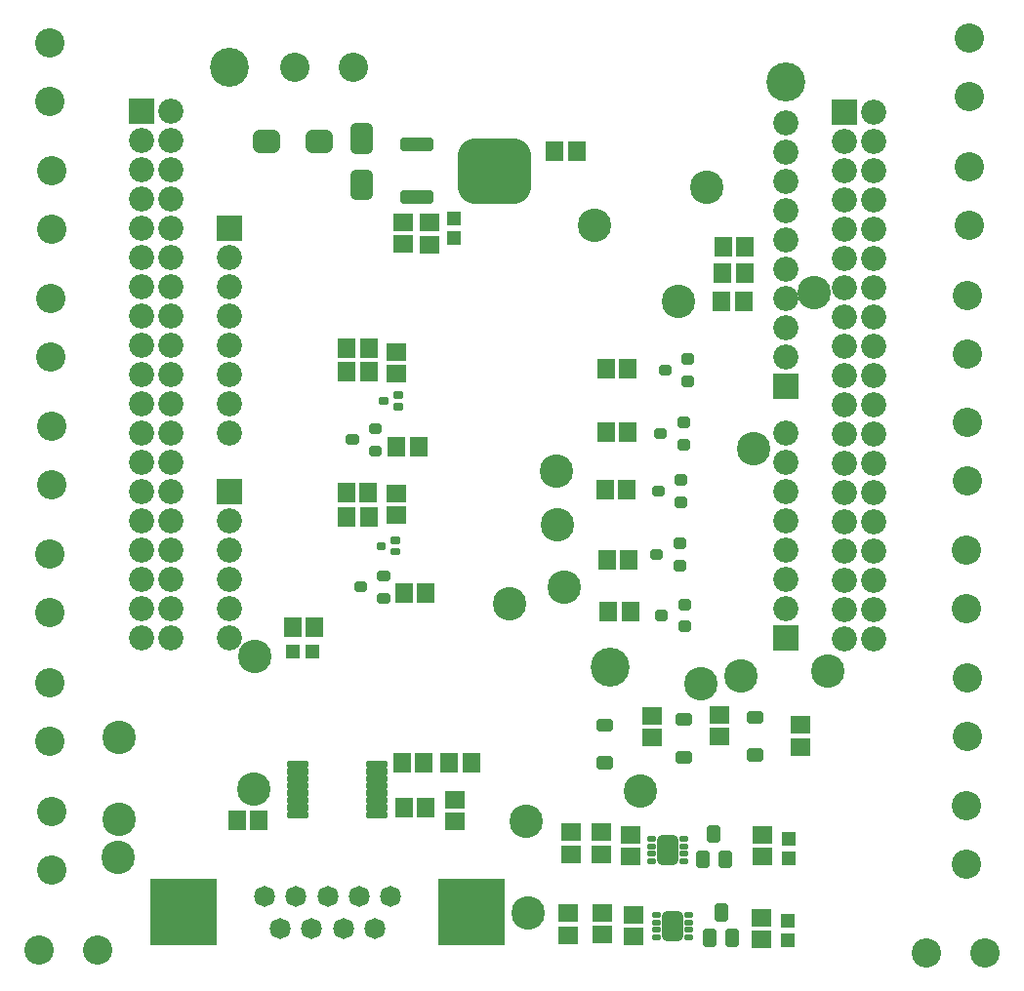
<source format=gts>
G04 EAGLE Gerber RS-274X export*
G75*
%MOMM*%
%FSLAX34Y34*%
%LPD*%
%INSoldermask Top*%
%IPPOS*%
%AMOC8*
5,1,8,0,0,1.08239X$1,22.5*%
G01*
%ADD10R,1.703200X1.503200*%
%ADD11R,1.203200X1.303200*%
%ADD12R,1.503200X1.703200*%
%ADD13R,2.183200X2.183200*%
%ADD14C,2.183200*%
%ADD15C,3.378200*%
%ADD16C,0.404144*%
%ADD17C,0.450047*%
%ADD18C,1.823200*%
%ADD19R,5.783200X5.783200*%
%ADD20C,1.046759*%
%ADD21C,1.089659*%
%ADD22C,0.697853*%
%ADD23C,2.991663*%
%ADD24C,2.543200*%
%ADD25C,0.550950*%
%ADD26C,2.903200*%
%ADD27C,0.352238*%
%ADD28C,1.019259*%
%ADD29C,0.411309*%
%ADD30C,0.601919*%
%ADD31C,0.656788*%


D10*
X521400Y121400D03*
X521400Y140400D03*
X372100Y669700D03*
X372100Y650700D03*
D11*
X393600Y673400D03*
X393600Y656400D03*
D10*
X349600Y670100D03*
X349600Y651100D03*
D12*
X481000Y731700D03*
X500000Y731700D03*
D10*
X522400Y51400D03*
X522400Y70400D03*
X661100Y138500D03*
X661100Y119500D03*
D12*
X348500Y200700D03*
X367500Y200700D03*
D10*
X660100Y66300D03*
X660100Y47300D03*
X394300Y150000D03*
X394300Y169000D03*
D12*
X408600Y200400D03*
X389600Y200400D03*
X349900Y161600D03*
X368900Y161600D03*
D13*
X198700Y435980D03*
D14*
X198700Y410580D03*
X198700Y385180D03*
X198700Y359780D03*
X198700Y334380D03*
X198700Y308980D03*
D13*
X198700Y664580D03*
D14*
X198700Y639180D03*
X198700Y613780D03*
X198700Y588380D03*
X198700Y562980D03*
X198700Y537580D03*
X198700Y512180D03*
X198700Y486780D03*
D13*
X122500Y766180D03*
D14*
X147900Y766180D03*
X122500Y740780D03*
X147900Y740780D03*
X122500Y715380D03*
X147900Y715380D03*
X122500Y689980D03*
X147900Y689980D03*
X122500Y664580D03*
X147900Y664580D03*
X122500Y639180D03*
X147900Y639180D03*
X122500Y613780D03*
X147900Y613780D03*
X122500Y588380D03*
X147900Y588380D03*
X122500Y562980D03*
X147900Y562980D03*
X122500Y537580D03*
X147900Y537580D03*
X122500Y512180D03*
X147900Y512180D03*
X122500Y486780D03*
X147900Y486780D03*
X122500Y461380D03*
X147900Y461380D03*
X122500Y435980D03*
X147900Y435980D03*
X122500Y410580D03*
X147900Y410580D03*
X122500Y385180D03*
X147900Y385180D03*
X122500Y359780D03*
X147900Y359780D03*
X122500Y334380D03*
X147900Y334380D03*
X122500Y308980D03*
X147900Y308980D03*
D13*
X681300Y527420D03*
D14*
X681300Y552820D03*
X681300Y578220D03*
X681300Y603620D03*
X681300Y629020D03*
X681300Y654420D03*
X681300Y679820D03*
X681300Y705220D03*
X681300Y730620D03*
X681300Y756020D03*
X681300Y359780D03*
X681300Y385180D03*
X681300Y410580D03*
X681300Y435980D03*
X681300Y461380D03*
X681300Y486780D03*
D13*
X681300Y308980D03*
D14*
X681300Y334380D03*
D13*
X732100Y765930D03*
D14*
X757500Y765930D03*
X732100Y740530D03*
X757500Y740530D03*
X732100Y715130D03*
X757500Y715130D03*
X732100Y689730D03*
X757500Y689730D03*
X732100Y664330D03*
X757500Y664330D03*
X732100Y638930D03*
X757500Y638930D03*
X732100Y613530D03*
X757500Y613530D03*
X732100Y588130D03*
X757500Y588130D03*
X732100Y562730D03*
X757500Y562730D03*
X732100Y537330D03*
X757500Y537330D03*
X732100Y511930D03*
X757500Y511930D03*
X732100Y486530D03*
X757500Y486530D03*
X732100Y461130D03*
X757500Y461130D03*
X732100Y435730D03*
X757500Y435730D03*
X732100Y410330D03*
X757500Y410330D03*
X732100Y384930D03*
X757500Y384930D03*
X732100Y359530D03*
X757500Y359530D03*
X732100Y334130D03*
X757500Y334130D03*
X732100Y308730D03*
X757500Y308730D03*
D15*
X681300Y791580D03*
X198700Y804280D03*
X528900Y283580D03*
D12*
X368900Y347900D03*
X349900Y347900D03*
D10*
X343700Y434500D03*
X343700Y415500D03*
D12*
X272500Y318900D03*
X253500Y318900D03*
X319100Y435400D03*
X300100Y435400D03*
D10*
X492600Y70100D03*
X492600Y51100D03*
X565400Y222400D03*
X565400Y241400D03*
D12*
X644600Y601400D03*
X625600Y601400D03*
X646100Y648400D03*
X627100Y648400D03*
X645600Y625400D03*
X626600Y625400D03*
X362600Y474900D03*
X343600Y474900D03*
X319600Y539900D03*
X300600Y539900D03*
X544100Y487900D03*
X525100Y487900D03*
X543600Y437900D03*
X524600Y437900D03*
X545100Y376900D03*
X526100Y376900D03*
X546600Y331900D03*
X527600Y331900D03*
X544100Y542900D03*
X525100Y542900D03*
D10*
X549400Y49900D03*
X549400Y68900D03*
D12*
X319600Y560400D03*
X300600Y560400D03*
D10*
X343700Y557300D03*
X343700Y538300D03*
X547000Y119500D03*
X547000Y138500D03*
D11*
X253700Y297600D03*
X270700Y297600D03*
D10*
X624100Y242700D03*
X624100Y223700D03*
X495100Y140300D03*
X495100Y121300D03*
D12*
X319500Y414000D03*
X300500Y414000D03*
D16*
X340504Y385396D02*
X340504Y383404D01*
X340504Y385396D02*
X344496Y385396D01*
X344496Y383404D01*
X340504Y383404D01*
X340504Y393404D02*
X340504Y395396D01*
X344496Y395396D01*
X344496Y393404D01*
X340504Y393404D01*
D17*
X328334Y390666D02*
X328334Y388134D01*
X328334Y390666D02*
X331866Y390666D01*
X331866Y388134D01*
X328334Y388134D01*
D16*
X342504Y509304D02*
X342504Y511296D01*
X346496Y511296D01*
X346496Y509304D01*
X342504Y509304D01*
X342504Y519304D02*
X342504Y521296D01*
X346496Y521296D01*
X346496Y519304D01*
X342504Y519304D01*
D17*
X330334Y516566D02*
X330334Y514034D01*
X330334Y516566D02*
X333866Y516566D01*
X333866Y514034D01*
X330334Y514034D01*
D18*
X229100Y85200D03*
X256500Y85200D03*
X283900Y85200D03*
X338700Y85200D03*
X311300Y85200D03*
X242800Y56800D03*
X270200Y56800D03*
X297600Y56800D03*
X325000Y56800D03*
D19*
X408850Y71000D03*
X158950Y71000D03*
D20*
X309118Y734218D02*
X309118Y750782D01*
X317682Y750782D01*
X317682Y734218D01*
X309118Y734218D01*
X309118Y744163D02*
X317682Y744163D01*
X309118Y710782D02*
X309118Y694218D01*
X309118Y710782D02*
X317682Y710782D01*
X317682Y694218D01*
X309118Y694218D01*
X309118Y704163D02*
X317682Y704163D01*
D21*
X282142Y745058D02*
X270178Y745058D01*
X282142Y745058D02*
X282142Y736142D01*
X270178Y736142D01*
X270178Y745058D01*
X236422Y745058D02*
X224458Y745058D01*
X236422Y745058D02*
X236422Y736142D01*
X224458Y736142D01*
X224458Y745058D01*
D22*
X349923Y689273D02*
X372477Y689273D01*
X349923Y689273D02*
X349923Y694327D01*
X372477Y694327D01*
X372477Y689273D01*
X372477Y735073D02*
X349923Y735073D01*
X349923Y740127D01*
X372477Y740127D01*
X372477Y735073D01*
D23*
X411392Y700892D02*
X445008Y700892D01*
X411392Y700892D02*
X411392Y728508D01*
X445008Y728508D01*
X445008Y700892D01*
D24*
X43250Y270611D03*
X43250Y219811D03*
X838750Y445689D03*
X838750Y496489D03*
X44250Y492611D03*
X44250Y441811D03*
X43870Y603811D03*
X43870Y553011D03*
X44250Y714511D03*
X44250Y663711D03*
X43250Y825611D03*
X43250Y774811D03*
X305911Y804750D03*
X255111Y804750D03*
X838750Y555469D03*
X838750Y606269D03*
X840750Y778689D03*
X840750Y829489D03*
X44870Y158711D03*
X44870Y107911D03*
X33589Y37870D03*
X84389Y37870D03*
X837750Y112889D03*
X837750Y163689D03*
X803189Y35870D03*
X853989Y35870D03*
X840130Y667489D03*
X840130Y718289D03*
X839130Y223789D03*
X839130Y274589D03*
X43250Y381911D03*
X43250Y331111D03*
X837750Y334389D03*
X837750Y385189D03*
D25*
X334761Y345761D02*
X334761Y342239D01*
X329239Y342239D01*
X329239Y345761D01*
X334761Y345761D01*
X334761Y361239D02*
X334761Y364761D01*
X334761Y361239D02*
X329239Y361239D01*
X329239Y364761D01*
X334761Y364761D01*
X314761Y355761D02*
X314761Y352239D01*
X309239Y352239D01*
X309239Y355761D01*
X314761Y355761D01*
X327761Y470239D02*
X327761Y473761D01*
X327761Y470239D02*
X322239Y470239D01*
X322239Y473761D01*
X327761Y473761D01*
X327761Y489239D02*
X327761Y492761D01*
X327761Y489239D02*
X322239Y489239D01*
X322239Y492761D01*
X327761Y492761D01*
X307761Y483761D02*
X307761Y480239D01*
X302239Y480239D01*
X302239Y483761D01*
X307761Y483761D01*
D26*
X442000Y339000D03*
X515000Y667000D03*
X220000Y178000D03*
X103000Y223000D03*
X103000Y152000D03*
X221000Y293000D03*
X718000Y280000D03*
X608000Y269000D03*
X555000Y176000D03*
X588000Y601000D03*
X706000Y609000D03*
X613000Y700000D03*
X653000Y473000D03*
X482000Y454000D03*
X483000Y407000D03*
X489000Y353000D03*
X642000Y276000D03*
X456000Y150000D03*
X102000Y119000D03*
D27*
X562745Y133995D02*
X567255Y133995D01*
X562745Y133995D02*
X562745Y135505D01*
X567255Y135505D01*
X567255Y133995D01*
X567255Y127495D02*
X562745Y127495D01*
X562745Y129005D01*
X567255Y129005D01*
X567255Y127495D01*
X567255Y120995D02*
X562745Y120995D01*
X562745Y122505D01*
X567255Y122505D01*
X567255Y120995D01*
X567255Y114495D02*
X562745Y114495D01*
X562745Y116005D01*
X567255Y116005D01*
X567255Y114495D01*
X590745Y133995D02*
X595255Y133995D01*
X590745Y133995D02*
X590745Y135505D01*
X595255Y135505D01*
X595255Y133995D01*
X595255Y127495D02*
X590745Y127495D01*
X590745Y129005D01*
X595255Y129005D01*
X595255Y127495D01*
X595255Y120995D02*
X590745Y120995D01*
X590745Y122505D01*
X595255Y122505D01*
X595255Y120995D01*
X595255Y114495D02*
X590745Y114495D01*
X590745Y116005D01*
X595255Y116005D01*
X595255Y114495D01*
D28*
X583170Y117080D02*
X574830Y117080D01*
X574830Y132920D01*
X583170Y132920D01*
X583170Y117080D01*
X583170Y126763D02*
X574830Y126763D01*
D27*
X571255Y67995D02*
X566745Y67995D01*
X566745Y69505D01*
X571255Y69505D01*
X571255Y67995D01*
X571255Y61495D02*
X566745Y61495D01*
X566745Y63005D01*
X571255Y63005D01*
X571255Y61495D01*
X571255Y54995D02*
X566745Y54995D01*
X566745Y56505D01*
X571255Y56505D01*
X571255Y54995D01*
X571255Y48495D02*
X566745Y48495D01*
X566745Y50005D01*
X571255Y50005D01*
X571255Y48495D01*
X594745Y67995D02*
X599255Y67995D01*
X594745Y67995D02*
X594745Y69505D01*
X599255Y69505D01*
X599255Y67995D01*
X599255Y61495D02*
X594745Y61495D01*
X594745Y63005D01*
X599255Y63005D01*
X599255Y61495D01*
X599255Y54995D02*
X594745Y54995D01*
X594745Y56505D01*
X599255Y56505D01*
X599255Y54995D01*
X599255Y48495D02*
X594745Y48495D01*
X594745Y50005D01*
X599255Y50005D01*
X599255Y48495D01*
D28*
X587170Y51080D02*
X578830Y51080D01*
X578830Y66920D01*
X587170Y66920D01*
X587170Y51080D01*
X587170Y60763D02*
X578830Y60763D01*
D29*
X333360Y157185D02*
X319140Y157185D01*
X333360Y157185D02*
X333360Y155065D01*
X319140Y155065D01*
X319140Y157185D01*
X319140Y163435D02*
X333360Y163435D01*
X333360Y161315D01*
X319140Y161315D01*
X319140Y163435D01*
X319140Y169685D02*
X333360Y169685D01*
X333360Y167565D01*
X319140Y167565D01*
X319140Y169685D01*
X319140Y175935D02*
X333360Y175935D01*
X333360Y173815D01*
X319140Y173815D01*
X319140Y175935D01*
X319140Y182185D02*
X333360Y182185D01*
X333360Y180065D01*
X319140Y180065D01*
X319140Y182185D01*
X319140Y188435D02*
X333360Y188435D01*
X333360Y186315D01*
X319140Y186315D01*
X319140Y188435D01*
X319140Y194685D02*
X333360Y194685D01*
X333360Y192565D01*
X319140Y192565D01*
X319140Y194685D01*
X319140Y200935D02*
X333360Y200935D01*
X333360Y198815D01*
X319140Y198815D01*
X319140Y200935D01*
X264860Y157185D02*
X250640Y157185D01*
X264860Y157185D02*
X264860Y155065D01*
X250640Y155065D01*
X250640Y157185D01*
X250640Y163435D02*
X264860Y163435D01*
X264860Y161315D01*
X250640Y161315D01*
X250640Y163435D01*
X250640Y169685D02*
X264860Y169685D01*
X264860Y167565D01*
X250640Y167565D01*
X250640Y169685D01*
X250640Y175935D02*
X264860Y175935D01*
X264860Y173815D01*
X250640Y173815D01*
X250640Y175935D01*
X250640Y182185D02*
X264860Y182185D01*
X264860Y180065D01*
X250640Y180065D01*
X250640Y182185D01*
X250640Y188435D02*
X264860Y188435D01*
X264860Y186315D01*
X250640Y186315D01*
X250640Y188435D01*
X250640Y194685D02*
X264860Y194685D01*
X264860Y192565D01*
X250640Y192565D01*
X250640Y194685D01*
X250640Y200935D02*
X264860Y200935D01*
X264860Y198815D01*
X250640Y198815D01*
X250640Y200935D01*
D30*
X598507Y530493D02*
X598507Y534507D01*
X598507Y530493D02*
X593493Y530493D01*
X593493Y534507D01*
X598507Y534507D01*
X598507Y549493D02*
X598507Y553507D01*
X598507Y549493D02*
X593493Y549493D01*
X593493Y553507D01*
X598507Y553507D01*
X578507Y544007D02*
X578507Y539993D01*
X573493Y539993D01*
X573493Y544007D01*
X578507Y544007D01*
X594507Y479507D02*
X594507Y475493D01*
X589493Y475493D01*
X589493Y479507D01*
X594507Y479507D01*
X594507Y494493D02*
X594507Y498507D01*
X594507Y494493D02*
X589493Y494493D01*
X589493Y498507D01*
X594507Y498507D01*
X574507Y489007D02*
X574507Y484993D01*
X569493Y484993D01*
X569493Y489007D01*
X574507Y489007D01*
X592507Y429507D02*
X592507Y425493D01*
X587493Y425493D01*
X587493Y429507D01*
X592507Y429507D01*
X592507Y444493D02*
X592507Y448507D01*
X592507Y444493D02*
X587493Y444493D01*
X587493Y448507D01*
X592507Y448507D01*
X572507Y439007D02*
X572507Y434993D01*
X567493Y434993D01*
X567493Y439007D01*
X572507Y439007D01*
X591507Y374507D02*
X591507Y370493D01*
X586493Y370493D01*
X586493Y374507D01*
X591507Y374507D01*
X591507Y389493D02*
X591507Y393507D01*
X591507Y389493D02*
X586493Y389493D01*
X586493Y393507D01*
X591507Y393507D01*
X571507Y384007D02*
X571507Y379993D01*
X566493Y379993D01*
X566493Y384007D01*
X571507Y384007D01*
X595507Y321507D02*
X595507Y317493D01*
X590493Y317493D01*
X590493Y321507D01*
X595507Y321507D01*
X595507Y336493D02*
X595507Y340507D01*
X595507Y336493D02*
X590493Y336493D01*
X590493Y340507D01*
X595507Y340507D01*
X575507Y331007D02*
X575507Y326993D01*
X570493Y326993D01*
X570493Y331007D01*
X575507Y331007D01*
D22*
X622473Y66473D02*
X627527Y66473D01*
X622473Y66473D02*
X622473Y75527D01*
X627527Y75527D01*
X627527Y66473D01*
X627527Y73103D02*
X622473Y73103D01*
X631973Y44473D02*
X637027Y44473D01*
X631973Y44473D02*
X631973Y53527D01*
X637027Y53527D01*
X637027Y44473D01*
X637027Y51103D02*
X631973Y51103D01*
X618027Y44473D02*
X612973Y44473D01*
X612973Y53527D01*
X618027Y53527D01*
X618027Y44473D01*
X618027Y51103D02*
X612973Y51103D01*
X616473Y134473D02*
X621527Y134473D01*
X616473Y134473D02*
X616473Y143527D01*
X621527Y143527D01*
X621527Y134473D01*
X621527Y141103D02*
X616473Y141103D01*
X625973Y112473D02*
X631027Y112473D01*
X625973Y112473D02*
X625973Y121527D01*
X631027Y121527D01*
X631027Y112473D01*
X631027Y119103D02*
X625973Y119103D01*
X612027Y112473D02*
X606973Y112473D01*
X606973Y121527D01*
X612027Y121527D01*
X612027Y112473D01*
X612027Y119103D02*
X606973Y119103D01*
D31*
X658832Y205368D02*
X658832Y209932D01*
X658832Y205368D02*
X651168Y205368D01*
X651168Y209932D01*
X658832Y209932D01*
X658832Y238068D02*
X658832Y242632D01*
X658832Y238068D02*
X651168Y238068D01*
X651168Y242632D01*
X658832Y242632D01*
X596832Y207932D02*
X596832Y203368D01*
X589168Y203368D01*
X589168Y207932D01*
X596832Y207932D01*
X596832Y236068D02*
X596832Y240632D01*
X596832Y236068D02*
X589168Y236068D01*
X589168Y240632D01*
X596832Y240632D01*
X527832Y202932D02*
X527832Y198368D01*
X520168Y198368D01*
X520168Y202932D01*
X527832Y202932D01*
X527832Y231068D02*
X527832Y235632D01*
X527832Y231068D02*
X520168Y231068D01*
X520168Y235632D01*
X527832Y235632D01*
D26*
X458000Y70000D03*
D11*
X684000Y134500D03*
X684000Y117500D03*
X683000Y63500D03*
X683000Y46500D03*
D12*
X224500Y151000D03*
X205500Y151000D03*
D10*
X694000Y233500D03*
X694000Y214500D03*
M02*

</source>
